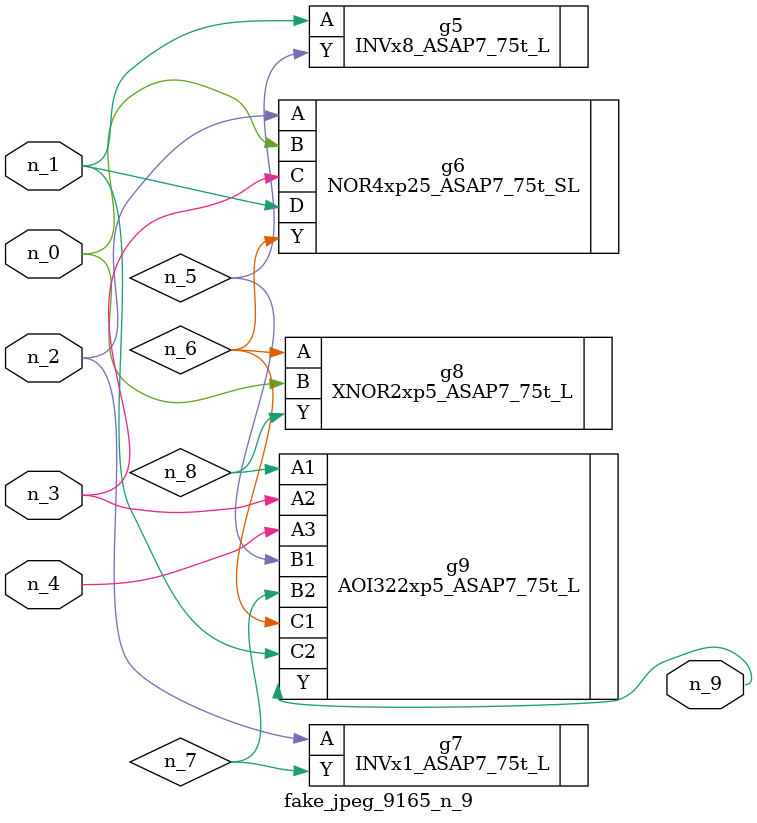
<source format=v>
module fake_jpeg_9165_n_9 (n_3, n_2, n_1, n_0, n_4, n_9);

input n_3;
input n_2;
input n_1;
input n_0;
input n_4;

output n_9;

wire n_8;
wire n_6;
wire n_5;
wire n_7;

INVx8_ASAP7_75t_L g5 ( 
.A(n_1),
.Y(n_5)
);

NOR4xp25_ASAP7_75t_SL g6 ( 
.A(n_2),
.B(n_0),
.C(n_3),
.D(n_1),
.Y(n_6)
);

INVx1_ASAP7_75t_L g7 ( 
.A(n_2),
.Y(n_7)
);

XNOR2xp5_ASAP7_75t_L g8 ( 
.A(n_6),
.B(n_0),
.Y(n_8)
);

AOI322xp5_ASAP7_75t_L g9 ( 
.A1(n_8),
.A2(n_3),
.A3(n_4),
.B1(n_5),
.B2(n_7),
.C1(n_6),
.C2(n_1),
.Y(n_9)
);


endmodule
</source>
